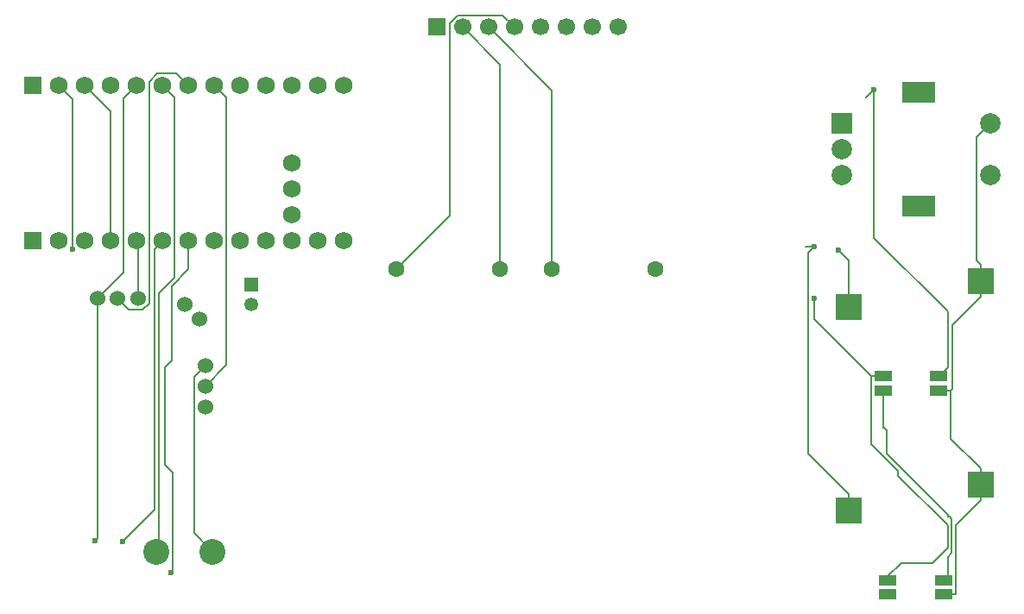
<source format=gbl>
%TF.GenerationSoftware,KiCad,Pcbnew,9.0.7*%
%TF.CreationDate,2026-03-07T10:30:55+01:00*%
%TF.ProjectId,confnicebadge,636f6e66-6e69-4636-9562-616467652e6b,rev?*%
%TF.SameCoordinates,Original*%
%TF.FileFunction,Copper,L2,Bot*%
%TF.FilePolarity,Positive*%
%FSLAX46Y46*%
G04 Gerber Fmt 4.6, Leading zero omitted, Abs format (unit mm)*
G04 Created by KiCad (PCBNEW 9.0.7) date 2026-03-07 10:30:55*
%MOMM*%
%LPD*%
G01*
G04 APERTURE LIST*
%TA.AperFunction,ComponentPad*%
%ADD10C,2.540000*%
%TD*%
%TA.AperFunction,ComponentPad*%
%ADD11C,2.000000*%
%TD*%
%TA.AperFunction,ComponentPad*%
%ADD12R,3.200000X2.000000*%
%TD*%
%TA.AperFunction,ComponentPad*%
%ADD13R,2.000000X2.000000*%
%TD*%
%TA.AperFunction,ComponentPad*%
%ADD14R,1.700000X1.700000*%
%TD*%
%TA.AperFunction,SMDPad,CuDef*%
%ADD15R,2.550000X2.500000*%
%TD*%
%TA.AperFunction,ComponentPad*%
%ADD16C,1.600000*%
%TD*%
%TA.AperFunction,ComponentPad*%
%ADD17C,1.752600*%
%TD*%
%TA.AperFunction,ComponentPad*%
%ADD18C,1.700000*%
%TD*%
%TA.AperFunction,ComponentPad*%
%ADD19C,1.524000*%
%TD*%
%TA.AperFunction,ComponentPad*%
%ADD20C,1.350000*%
%TD*%
%TA.AperFunction,ComponentPad*%
%ADD21R,1.350000X1.350000*%
%TD*%
%TA.AperFunction,SMDPad,CuDef*%
%ADD22R,1.700000X1.000000*%
%TD*%
%TA.AperFunction,ViaPad*%
%ADD23C,0.600000*%
%TD*%
%TA.AperFunction,Conductor*%
%ADD24C,0.200000*%
%TD*%
G04 APERTURE END LIST*
D10*
%TO.P,BZ1,2,-*%
%TO.N,GND*%
X49000000Y-75500000D03*
%TO.P,BZ1,1,+*%
%TO.N,BUZZER*%
X43500000Y-75500000D03*
%TD*%
D11*
%TO.P,SW2,S2,S2*%
%TO.N,GND*%
X125250000Y-33500000D03*
%TO.P,SW2,S1,S1*%
%TO.N,ROT_BTN*%
X125250000Y-38500000D03*
D12*
%TO.P,SW2,MP*%
%TO.N,N/C*%
X118250000Y-41600000D03*
X118250000Y-30400000D03*
D11*
%TO.P,SW2,C,C*%
%TO.N,GND*%
X110750000Y-36000000D03*
%TO.P,SW2,B,B*%
%TO.N,ROT_B*%
X110750000Y-38500000D03*
D13*
%TO.P,SW2,A,A*%
%TO.N,ROT_A*%
X110750000Y-33500000D03*
%TD*%
D14*
%TO.P,notconnected1,1,Pin_1*%
%TO.N,unconnected-(notconnected1-Pin_1-Pad1)*%
X31419800Y-45008800D03*
%TD*%
D15*
%TO.P,SW1,2,2*%
%TO.N,GND*%
X124342000Y-68920000D03*
%TO.P,SW1,1,1*%
%TO.N,SW_1*%
X111415000Y-71460000D03*
%TD*%
D16*
%TO.P,R1,2*%
%TO.N,SDA*%
X67056000Y-47752000D03*
%TO.P,R1,1*%
%TO.N,3V3*%
X77216000Y-47752000D03*
%TD*%
D15*
%TO.P,SW2b1,2,2*%
%TO.N,GND*%
X124342000Y-48920000D03*
%TO.P,SW2b1,1,1*%
%TO.N,SW_2*%
X111415000Y-51460000D03*
%TD*%
D17*
%TO.P,U1,33,P1.07*%
%TO.N,unconnected-(U1-P1.07-Pad33)*%
X56820000Y-37380000D03*
%TO.P,U1,32,P1.02*%
%TO.N,unconnected-(U1-P1.02-Pad32)*%
X56820000Y-39920000D03*
%TO.P,U1,31,P1.01*%
%TO.N,unconnected-(U1-P1.01-Pad31)*%
X56820000Y-42460000D03*
%TO.P,U1,24,BATIN/P0.04*%
%TO.N,BATIN*%
X33960000Y-29760000D03*
%TO.P,U1,23,GND*%
%TO.N,GND*%
X36500000Y-29760000D03*
%TO.P,U1,22,RST*%
%TO.N,unconnected-(U1-RST-Pad22)*%
X39040000Y-29760000D03*
%TO.P,U1,21,VCC*%
%TO.N,3V3*%
X41580000Y-29760000D03*
%TO.P,U1,20,AIN7/P0.31*%
%TO.N,BUZZER*%
X44120000Y-29760000D03*
%TO.P,U1,19,AIN5/P0.29*%
%TO.N,VR_X*%
X46660000Y-29760000D03*
%TO.P,U1,18,AIN0/P0.02*%
%TO.N,VR_Y*%
X49200000Y-29760000D03*
%TO.P,U1,17,P1.15*%
%TO.N,RES*%
X51740000Y-29760000D03*
%TO.P,U1,16,P1.13*%
%TO.N,DC*%
X54280000Y-29760000D03*
%TO.P,U1,15,P1.11*%
%TO.N,SK6812MINI-E*%
X56820000Y-29760000D03*
%TO.P,U1,14,NFC2/P0.10*%
%TO.N,CS*%
X59360000Y-29760000D03*
%TO.P,U1,13,NFC1/P0.09*%
%TO.N,BLK*%
X61900000Y-29760000D03*
%TO.P,U1,12,P1.06*%
%TO.N,SW_2*%
X61900000Y-45000000D03*
%TO.P,U1,11,P1.04*%
%TO.N,SW_1*%
X59360000Y-45000000D03*
%TO.P,U1,10,P0.11*%
%TO.N,unconnected-(U1-P0.11-Pad10)*%
X56820000Y-45000000D03*
%TO.P,U1,9,P1.00*%
%TO.N,ROT_B*%
X54280000Y-45000000D03*
%TO.P,U1,8,P0.24*%
%TO.N,ROT_A*%
X51740000Y-45000000D03*
%TO.P,U1,7,P0.22*%
%TO.N,ROT_BTN*%
X49200000Y-45000000D03*
%TO.P,U1,6,P0.20*%
%TO.N,SCL*%
X46660000Y-45000000D03*
%TO.P,U1,5,P0.17*%
%TO.N,SDA*%
X44120000Y-45000000D03*
%TO.P,U1,4,GND*%
%TO.N,GND*%
X41580000Y-45000000D03*
%TO.P,U1,3,GND*%
X39040000Y-45000000D03*
%TO.P,U1,2,RX1/P0.08*%
%TO.N,unconnected-(U1-RX1{slash}P0.08-Pad2)*%
X36500000Y-45000000D03*
%TO.P,U1,1,TX0/P0.06*%
%TO.N,unconnected-(U1-TX0{slash}P0.06-Pad1)*%
X33960000Y-45000000D03*
%TD*%
D18*
%TO.P,DISPLAY1,8,Pin_8*%
%TO.N,BLK*%
X88780000Y-24000000D03*
%TO.P,DISPLAY1,7,Pin_7*%
%TO.N,CS*%
X86240000Y-24000000D03*
%TO.P,DISPLAY1,6,Pin_6*%
%TO.N,DC*%
X83700000Y-24000000D03*
%TO.P,DISPLAY1,5,Pin_5*%
%TO.N,RES*%
X81160000Y-24000000D03*
%TO.P,DISPLAY1,4,Pin_4*%
%TO.N,SDA*%
X78620000Y-24000000D03*
%TO.P,DISPLAY1,3,Pin_3*%
%TO.N,SCL*%
X76080000Y-24000000D03*
%TO.P,DISPLAY1,2,Pin_2*%
%TO.N,3V3*%
X73540000Y-24000000D03*
D14*
%TO.P,DISPLAY1,1,Pin_1*%
%TO.N,GND*%
X71000000Y-24000000D03*
%TD*%
%TO.P,notconnected2,1,Pin_1*%
%TO.N,unconnected-(notconnected2-Pin_1-Pad1)*%
X31419800Y-29743400D03*
%TD*%
D19*
%TO.P,U2,8,SW-b*%
%TO.N,unconnected-(U2-SW-b-Pad8)*%
X47719000Y-52681000D03*
%TO.P,U2,7,SW-a*%
%TO.N,unconnected-(U2-SW-a-Pad7)*%
X46319000Y-51281000D03*
%TO.P,U2,6,VR2-3*%
%TO.N,GND*%
X48319000Y-57281000D03*
%TO.P,U2,5,VR2-2*%
%TO.N,VR_Y*%
X48319000Y-59281000D03*
%TO.P,U2,4,VR2-1*%
%TO.N,3V3*%
X48319000Y-61281000D03*
%TO.P,U2,3,VR1-3*%
X37719000Y-50681000D03*
%TO.P,U2,2,VR1-2*%
%TO.N,VR_X*%
X39719000Y-50681000D03*
%TO.P,U2,1,VR1-1*%
%TO.N,GND*%
X41719000Y-50681000D03*
%TD*%
D16*
%TO.P,R2,2*%
%TO.N,SCL*%
X82296000Y-47752000D03*
%TO.P,R2,1*%
%TO.N,3V3*%
X92456000Y-47752000D03*
%TD*%
D20*
%TO.P,BT1,2,-*%
%TO.N,GND*%
X52832000Y-51276000D03*
D21*
%TO.P,BT1,1,+*%
%TO.N,BATIN*%
X52832000Y-49276000D03*
%TD*%
D22*
%TO.P,LED1,4,DIN*%
%TO.N,SK6812MINI-E*%
X120250000Y-58300000D03*
%TO.P,LED1,3,VSS*%
%TO.N,GND*%
X120250000Y-59700000D03*
%TO.P,LED1,2,DOUT*%
%TO.N,Net-(LED1-DOUT)*%
X114750000Y-59700000D03*
%TO.P,LED1,1,VDD*%
%TO.N,3V3*%
X114750000Y-58300000D03*
%TD*%
%TO.P,LED2,4,DIN*%
%TO.N,Net-(LED1-DOUT)*%
X120750000Y-78300000D03*
%TO.P,LED2,3,VSS*%
%TO.N,GND*%
X120750000Y-79700000D03*
%TO.P,LED2,2,DOUT*%
%TO.N,unconnected-(LED2-DOUT-Pad2)*%
X115250000Y-79700000D03*
%TO.P,LED2,1,VDD*%
%TO.N,3V3*%
X115250000Y-78300000D03*
%TD*%
D23*
%TO.N,BATIN*%
X35293900Y-45815300D03*
%TO.N,SW_2*%
X110410500Y-45929700D03*
%TO.N,SW_1*%
X107982000Y-45590900D03*
%TO.N,SDA*%
X40214900Y-74499500D03*
%TO.N,SCL*%
X44922600Y-77585000D03*
%TO.N,SK6812MINI-E*%
X113892400Y-30137500D03*
%TO.N,3V3*%
X37482100Y-74424000D03*
X107998200Y-50612500D03*
%TD*%
D24*
%TO.N,BATIN*%
X35293900Y-31093900D02*
X33960000Y-29760000D01*
X35293900Y-45815300D02*
X35293900Y-31093900D01*
%TO.N,SW_2*%
X111415000Y-46934200D02*
X111415000Y-51460000D01*
X110410500Y-45929700D02*
X111415000Y-46934200D01*
%TO.N,SW_1*%
X107385200Y-46187700D02*
X107982000Y-45590900D01*
X107385200Y-65878500D02*
X107385200Y-46187700D01*
X111415000Y-69908300D02*
X107385200Y-65878500D01*
X107982000Y-45590900D02*
X107138000Y-45590900D01*
X107138000Y-45590900D02*
X107982000Y-45590900D01*
X111415000Y-71460000D02*
X111415000Y-69908300D01*
%TO.N,VR_Y*%
X50390600Y-30950600D02*
X49200000Y-29760000D01*
X50390600Y-57209400D02*
X50390600Y-30950600D01*
X48319000Y-59281000D02*
X50390600Y-57209400D01*
%TO.N,VR_X*%
X45448400Y-28548400D02*
X46660000Y-29760000D01*
X43622500Y-28548400D02*
X45448400Y-28548400D01*
X42815100Y-29355800D02*
X43622500Y-28548400D01*
X42815100Y-51128000D02*
X42815100Y-29355800D01*
X42151400Y-51791700D02*
X42815100Y-51128000D01*
X40829700Y-51791700D02*
X42151400Y-51791700D01*
X39719000Y-50681000D02*
X40829700Y-51791700D01*
%TO.N,SDA*%
X77464700Y-22844700D02*
X78620000Y-24000000D01*
X73061000Y-22844700D02*
X77464700Y-22844700D01*
X72268200Y-23637500D02*
X73061000Y-22844700D01*
X72268200Y-42539800D02*
X72268200Y-23637500D01*
X67056000Y-47752000D02*
X72268200Y-42539800D01*
X43334000Y-45786000D02*
X44120000Y-45000000D01*
X43334000Y-71380400D02*
X43334000Y-45786000D01*
X40214900Y-74499500D02*
X43334000Y-71380400D01*
%TO.N,SCL*%
X82296000Y-30216000D02*
X82296000Y-47752000D01*
X76080000Y-24000000D02*
X82296000Y-30216000D01*
X45115600Y-77392000D02*
X44922600Y-77585000D01*
X45115600Y-67753800D02*
X45115600Y-77392000D01*
X44367100Y-67005300D02*
X45115600Y-67753800D01*
X44367100Y-57410600D02*
X44367100Y-67005300D01*
X45013000Y-56764700D02*
X44367100Y-57410600D01*
X45013000Y-49443200D02*
X45013000Y-56764700D01*
X46660000Y-47796200D02*
X45013000Y-49443200D01*
X46660000Y-45000000D02*
X46660000Y-47796200D01*
%TO.N,SK6812MINI-E*%
X121134000Y-57416000D02*
X120250000Y-58300000D01*
X121134000Y-51921700D02*
X121134000Y-57416000D01*
X113892400Y-44680100D02*
X121134000Y-51921700D01*
X113892400Y-30137500D02*
X113892400Y-44680100D01*
X113892400Y-30137500D02*
X113070100Y-30959800D01*
X113070100Y-30959800D02*
X113892400Y-30137500D01*
%TO.N,Net-(LED1-DOUT)*%
X114750000Y-63378600D02*
X114750000Y-59700000D01*
X114916300Y-63378600D02*
X114750000Y-63378600D01*
X115151700Y-63614000D02*
X114916300Y-63378600D01*
X115151700Y-65870000D02*
X115151700Y-63614000D01*
X115118000Y-65903700D02*
X115151700Y-65870000D01*
X116397800Y-67183500D02*
X115118000Y-65903700D01*
X116397900Y-67183500D02*
X116397800Y-67183500D01*
X116633300Y-67418900D02*
X116397900Y-67183500D01*
X116633300Y-67421000D02*
X116633300Y-67418900D01*
X121115400Y-71903100D02*
X116633300Y-67421000D01*
X121115400Y-72086500D02*
X121115400Y-71903100D01*
X121281700Y-72086500D02*
X121115400Y-72086500D01*
X121517100Y-72321900D02*
X121281700Y-72086500D01*
X121517100Y-75655600D02*
X121517100Y-72321900D01*
X121116900Y-76055800D02*
X121517100Y-75655600D01*
X121116900Y-76766500D02*
X121116900Y-76055800D01*
X121115400Y-76768000D02*
X121116900Y-76766500D01*
X121115400Y-77934600D02*
X121115400Y-76768000D01*
X120750000Y-78300000D02*
X121115400Y-77934600D01*
%TO.N,3V3*%
X77216000Y-27676000D02*
X77216000Y-47752000D01*
X73540000Y-24000000D02*
X77216000Y-27676000D01*
X37719000Y-74187100D02*
X37719000Y-50681000D01*
X37482100Y-74424000D02*
X37719000Y-74187100D01*
X114750000Y-58300000D02*
X113598300Y-58300000D01*
X40310000Y-48090000D02*
X37719000Y-50681000D01*
X40310000Y-31030000D02*
X40310000Y-48090000D01*
X41580000Y-29760000D02*
X40310000Y-31030000D01*
X107998200Y-52699900D02*
X107998200Y-50612500D01*
X113598300Y-58300000D02*
X107998200Y-52699900D01*
X115250000Y-77918900D02*
X115250000Y-78300000D01*
X116534900Y-76634000D02*
X115250000Y-77918900D01*
X119576900Y-76634000D02*
X116534900Y-76634000D01*
X121115400Y-75095500D02*
X119576900Y-76634000D01*
X121115400Y-72936000D02*
X121115400Y-75095500D01*
X116231600Y-68052200D02*
X121115400Y-72936000D01*
X116231600Y-67585200D02*
X116231600Y-68052200D01*
X116231500Y-67585200D02*
X116231600Y-67585200D01*
X113598300Y-64952000D02*
X116231500Y-67585200D01*
X113598300Y-58300000D02*
X113598300Y-64952000D01*
%TO.N,BUZZER*%
X45307500Y-30947500D02*
X44120000Y-29760000D01*
X45307500Y-48580700D02*
X45307500Y-30947500D01*
X43735700Y-50152500D02*
X45307500Y-48580700D01*
X43735700Y-75264300D02*
X43735700Y-50152500D01*
X43500000Y-75500000D02*
X43735700Y-75264300D01*
%TO.N,GND*%
X39040000Y-32300000D02*
X39040000Y-45000000D01*
X36500000Y-29760000D02*
X39040000Y-32300000D01*
X124342000Y-68920000D02*
X124342000Y-67368300D01*
X120250000Y-59700000D02*
X121401700Y-59700000D01*
X121401700Y-64428000D02*
X121401700Y-59700000D01*
X124342000Y-67368300D02*
X121401700Y-64428000D01*
X124342000Y-48920000D02*
X124342000Y-50471700D01*
X41719000Y-45139000D02*
X41580000Y-45000000D01*
X41719000Y-50681000D02*
X41719000Y-45139000D01*
X47206800Y-73706800D02*
X49000000Y-75500000D01*
X47206800Y-58393200D02*
X47206800Y-73706800D01*
X48319000Y-57281000D02*
X47206800Y-58393200D01*
X123931300Y-46957600D02*
X124342000Y-47368300D01*
X123931300Y-34818700D02*
X123931300Y-46957600D01*
X125250000Y-33500000D02*
X123931300Y-34818700D01*
X124342000Y-48920000D02*
X124342000Y-47368300D01*
X124342000Y-68920000D02*
X124342000Y-70471700D01*
X120750000Y-79700000D02*
X121901700Y-79700000D01*
X121918800Y-75821900D02*
X121918800Y-75489300D01*
X121901700Y-75839000D02*
X121918800Y-75821900D01*
X121901700Y-79700000D02*
X121901700Y-75839000D01*
X121918800Y-72894900D02*
X124342000Y-70471700D01*
X121918800Y-75489300D02*
X121918800Y-72894900D01*
X121569400Y-53244300D02*
X124342000Y-50471700D01*
X121569400Y-59532300D02*
X121569400Y-53244300D01*
X121401700Y-59700000D02*
X121569400Y-59532300D01*
%TD*%
M02*

</source>
